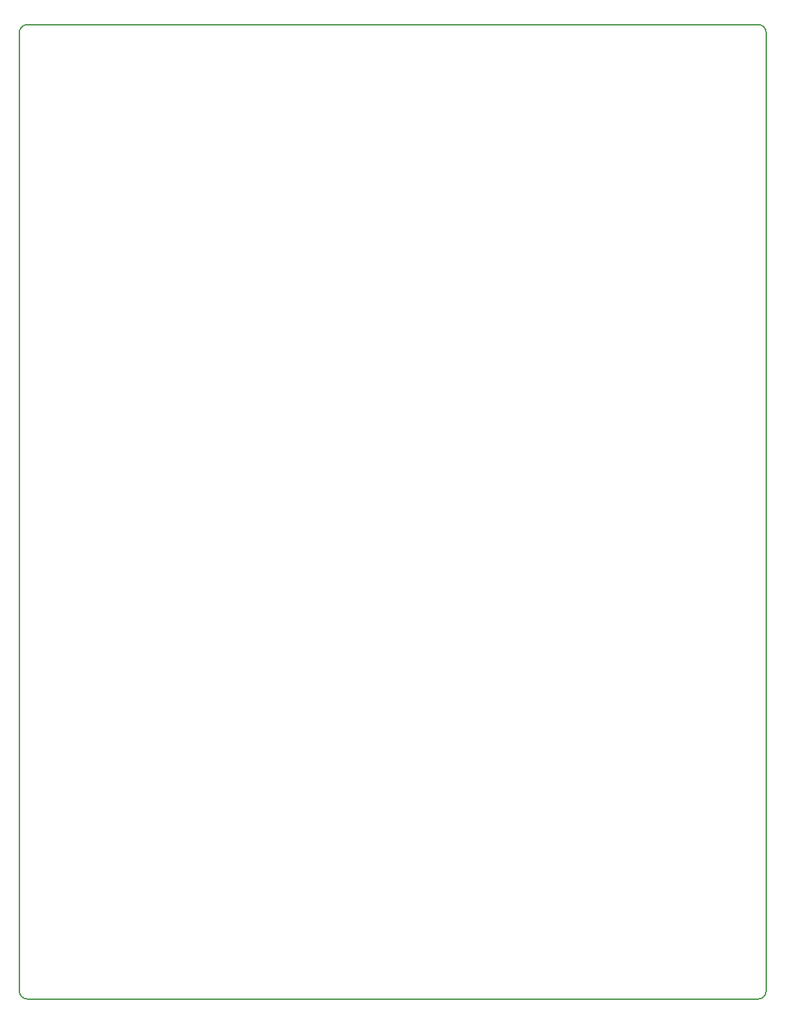
<source format=gbr>
%TF.GenerationSoftware,KiCad,Pcbnew,(5.1.8-0-10_14)*%
%TF.CreationDate,2021-03-27T13:16:03-04:00*%
%TF.ProjectId,muse,6d757365-2e6b-4696-9361-645f70636258,rev?*%
%TF.SameCoordinates,Original*%
%TF.FileFunction,Profile,NP*%
%FSLAX46Y46*%
G04 Gerber Fmt 4.6, Leading zero omitted, Abs format (unit mm)*
G04 Created by KiCad (PCBNEW (5.1.8-0-10_14)) date 2021-03-27 13:16:03*
%MOMM*%
%LPD*%
G01*
G04 APERTURE LIST*
%TA.AperFunction,Profile*%
%ADD10C,0.150000*%
%TD*%
G04 APERTURE END LIST*
D10*
X111379000Y-144145000D02*
X18923000Y-144145000D01*
X112395000Y-21971000D02*
X112395000Y-143129000D01*
X18923000Y-20955000D02*
X111379000Y-20955000D01*
X17907000Y-143129000D02*
X17907000Y-21971000D01*
X18923000Y-144145000D02*
G75*
G02*
X17907000Y-143129000I0J1016000D01*
G01*
X112395000Y-143129000D02*
G75*
G02*
X111379000Y-144145000I-1016000J0D01*
G01*
X111379000Y-20955000D02*
G75*
G02*
X112395000Y-21971000I0J-1016000D01*
G01*
X17907000Y-21971000D02*
G75*
G02*
X18923000Y-20955000I1016000J0D01*
G01*
M02*

</source>
